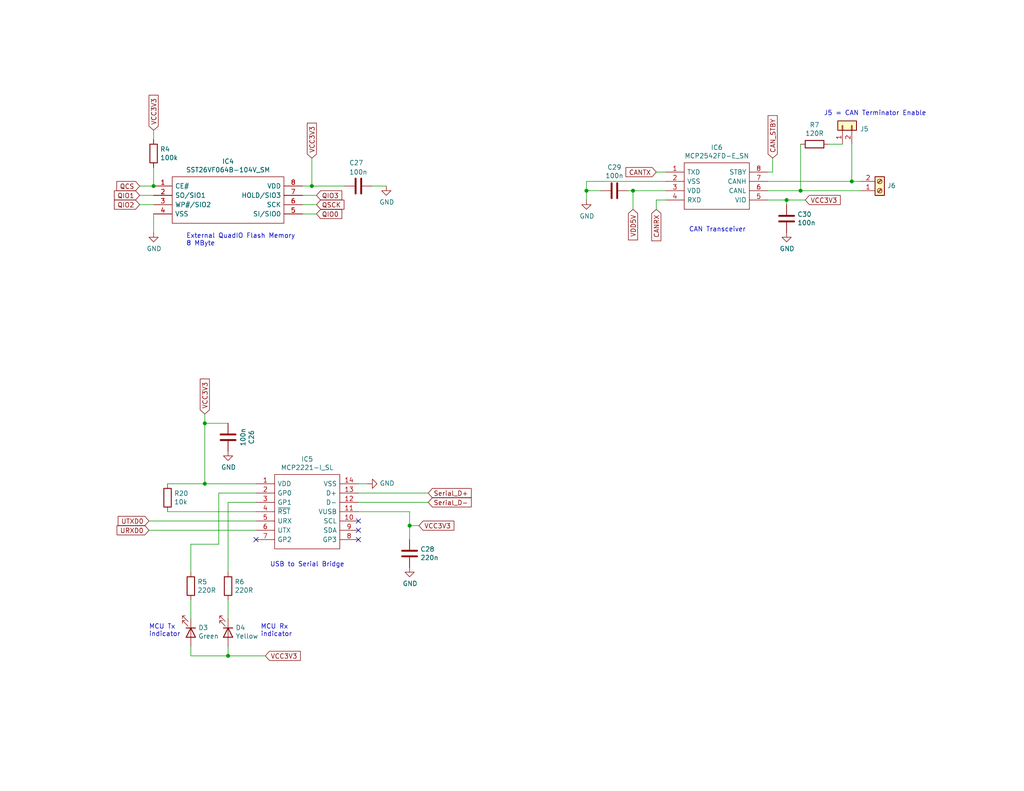
<source format=kicad_sch>
(kicad_sch (version 20211123) (generator eeschema)
  (paper "USLetter")
  (title_block (title "SAMduino") (date "2021-10-22") (rev "1.0") (company "Quantum Embedded Systems"))
  (lib_symbols
    (symbol "Connector:Screw_Terminal_01x02" (pin_names (offset 1.016) hide)
      (property "Reference" "J" (at 0 2.54 0))
      (property "Value" "Screw_Terminal_01x02" (at 0 -5.08 0))
      (symbol "Screw_Terminal_01x02_1_1"
        (rectangle (start -1.27 1.27) (end 1.27 -3.81) (stroke (width 0.254)) (fill (type background)))
        (circle (center 0 -2.54) (radius 0.635) (stroke (width 0.1524)))
        (polyline (pts (xy -0.5334 -2.2098) (xy 0.3302 -3.048)) (stroke (width 0.1524)))
        (polyline (pts (xy -0.5334 0.3302) (xy 0.3302 -0.508)) (stroke (width 0.1524)))
        (polyline (pts (xy -0.3556 -2.032) (xy 0.508 -2.8702)) (stroke (width 0.1524)))
        (polyline (pts (xy -0.3556 0.508) (xy 0.508 -0.3302)) (stroke (width 0.1524)))
        (circle (center 0 0) (radius 0.635) (stroke (width 0.1524)))
        (pin passive line (at -5.08 0 0) (length 3.81) (name "Pin_1") (number "1"))
        (pin passive line (at -5.08 -2.54 0) (length 3.81) (name "Pin_2") (number "2"))
      )
    )
    (symbol "Connector_Generic:Conn_01x02" (pin_names (offset 1.016) hide)
      (property "Reference" "J" (at 0 2.54 0))
      (property "Value" "Conn_01x02" (at 0 -5.08 0))
      (symbol "Conn_01x02_1_1"
        (rectangle (start -1.27 -2.413) (end 0 -2.667) (stroke (width 0.1524)))
        (rectangle (start -1.27 0.127) (end 0 -0.127) (stroke (width 0.1524)))
        (rectangle (start -1.27 1.27) (end 1.27 -3.81) (stroke (width 0.254)) (fill (type background)))
        (pin passive line (at -5.08 0 0) (length 3.81) (name "Pin_1") (number "1"))
        (pin passive line (at -5.08 -2.54 0) (length 3.81) (name "Pin_2") (number "2"))
      )
    )
    (symbol "Device:C" (pin_numbers hide) (pin_names (offset 0.254))
      (property "Reference" "C" (at 0.635 2.54 0))
      (property "Value" "C" (at 0.635 -2.54 0))
      (symbol "C_0_1"
        (polyline (pts (xy -2.032 -0.762) (xy 2.032 -0.762)) (stroke (width 0.508)))
        (polyline (pts (xy -2.032 0.762) (xy 2.032 0.762)) (stroke (width 0.508)))
      )
      (symbol "C_1_1"
        (pin passive line (at 0 3.81 270) (length 2.794) (name "~") (number "1"))
        (pin passive line (at 0 -3.81 90) (length 2.794) (name "~") (number "2"))
      )
    )
    (symbol "Device:LED" (pin_numbers hide) (pin_names (offset 1.016) hide)
      (property "Reference" "D" (at 0 2.54 0))
      (property "Value" "LED" (at 0 -2.54 0))
      (symbol "LED_0_1"
        (polyline (pts (xy -1.27 -1.27) (xy -1.27 1.27)) (stroke (width 0.254)))
        (polyline (pts (xy -1.27 0) (xy 1.27 0)))
        (polyline (pts (xy 1.27 -1.27) (xy 1.27 1.27) (xy -1.27 0) (xy 1.27 -1.27)) (stroke (width 0.254)))
        (polyline (pts (xy -3.048 -0.762) (xy -4.572 -2.286) (xy -3.81 -2.286) (xy -4.572 -2.286) (xy -4.572 -1.524)))
        (polyline (pts (xy -1.778 -0.762) (xy -3.302 -2.286) (xy -2.54 -2.286) (xy -3.302 -2.286) (xy -3.302 -1.524)))
      )
      (symbol "LED_1_1"
        (pin passive line (at -3.81 0 0) (length 2.54) (name "K") (number "1"))
        (pin passive line (at 3.81 0 180) (length 2.54) (name "A") (number "2"))
      )
    )
    (symbol "Device:R" (pin_numbers hide) (pin_names (offset 0))
      (property "Reference" "R" (at 2.032 0 90))
      (property "Value" "R" (at 0 0 90))
      (symbol "R_0_1"
        (rectangle (start -1.016 -2.54) (end 1.016 2.54) (stroke (width 0.254)))
      )
      (symbol "R_1_1"
        (pin passive line (at 0 3.81 270) (length 1.27) (name "~") (number "1"))
        (pin passive line (at 0 -3.81 90) (length 1.27) (name "~") (number "2"))
      )
    )
    (symbol "SamacSys_Parts:MCP2221-I_SL" (pin_names (offset 0.762))
      (property "Reference" "IC" (at 24.13 7.62 0))
      (property "Value" "MCP2221-I_SL" (at 24.13 5.08 0))
      (symbol "MCP2221-I_SL_0_0"
        (pin passive line (at 0 0 0) (length 5.08) (name "VDD") (number "1"))
        (pin passive line (at 27.94 -10.16 180) (length 5.08) (name "SCL") (number "10"))
        (pin passive line (at 27.94 -7.62 180) (length 5.08) (name "VUSB") (number "11"))
        (pin passive line (at 27.94 -5.08 180) (length 5.08) (name "D-") (number "12"))
        (pin passive line (at 27.94 -2.54 180) (length 5.08) (name "D+") (number "13"))
        (pin passive line (at 27.94 0 180) (length 5.08) (name "VSS") (number "14"))
        (pin passive line (at 0 -2.54 0) (length 5.08) (name "GP0") (number "2"))
        (pin passive line (at 0 -5.08 0) (length 5.08) (name "GP1") (number "3"))
        (pin passive line (at 0 -7.62 0) (length 5.08) (name "~{RST}") (number "4"))
        (pin passive line (at 0 -10.16 0) (length 5.08) (name "URX") (number "5"))
        (pin passive line (at 0 -12.7 0) (length 5.08) (name "UTX") (number "6"))
        (pin passive line (at 0 -15.24 0) (length 5.08) (name "GP2") (number "7"))
        (pin passive line (at 27.94 -15.24 180) (length 5.08) (name "GP3") (number "8"))
        (pin passive line (at 27.94 -12.7 180) (length 5.08) (name "SDA") (number "9"))
      )
      (symbol "MCP2221-I_SL_0_1"
        (polyline (pts (xy 5.08 2.54) (xy 22.86 2.54) (xy 22.86 -17.78) (xy 5.08 -17.78) (xy 5.08 2.54)) (stroke (width 0.1524)))
      )
    )
    (symbol "SamacSys_Parts:MCP2542FD-E_SN" (pin_names (offset 0.762))
      (property "Reference" "IC" (at 24.13 7.62 0))
      (property "Value" "MCP2542FD-E_SN" (at 24.13 5.08 0))
      (symbol "MCP2542FD-E_SN_0_0"
        (pin passive line (at 0 0 0) (length 5.08) (name "TXD") (number "1"))
        (pin passive line (at 0 -2.54 0) (length 5.08) (name "VSS") (number "2"))
        (pin passive line (at 0 -5.08 0) (length 5.08) (name "VDD") (number "3"))
        (pin passive line (at 0 -7.62 0) (length 5.08) (name "RXD") (number "4"))
        (pin passive line (at 27.94 -7.62 180) (length 5.08) (name "VIO") (number "5"))
        (pin passive line (at 27.94 -5.08 180) (length 5.08) (name "CANL") (number "6"))
        (pin passive line (at 27.94 -2.54 180) (length 5.08) (name "CANH") (number "7"))
        (pin passive line (at 27.94 0 180) (length 5.08) (name "STBY") (number "8"))
      )
      (symbol "MCP2542FD-E_SN_0_1"
        (polyline (pts (xy 5.08 2.54) (xy 22.86 2.54) (xy 22.86 -10.16) (xy 5.08 -10.16) (xy 5.08 2.54)) (stroke (width 0.1524)))
      )
    )
    (symbol "SamacSys_Parts:SST26VF064B-104V_SM" (pin_names (offset 0.762))
      (property "Reference" "IC" (at 36.83 7.62 0))
      (property "Value" "SST26VF064B-104V_SM" (at 36.83 5.08 0))
      (symbol "SST26VF064B-104V_SM_0_0"
        (pin passive line (at 0 0 0) (length 5.08) (name "CE#") (number "1"))
        (pin passive line (at 0 -2.54 0) (length 5.08) (name "SO/SIO1") (number "2"))
        (pin passive line (at 0 -5.08 0) (length 5.08) (name "WP#/SIO2") (number "3"))
        (pin passive line (at 0 -7.62 0) (length 5.08) (name "VSS") (number "4"))
        (pin passive line (at 40.64 -7.62 180) (length 5.08) (name "SI/SIO0") (number "5"))
        (pin passive line (at 40.64 -5.08 180) (length 5.08) (name "SCK") (number "6"))
        (pin passive line (at 40.64 -2.54 180) (length 5.08) (name "HOLD/SIO3") (number "7"))
        (pin passive line (at 40.64 0 180) (length 5.08) (name "VDD") (number "8"))
      )
      (symbol "SST26VF064B-104V_SM_0_1"
        (polyline (pts (xy 5.08 2.54) (xy 35.56 2.54) (xy 35.56 -10.16) (xy 5.08 -10.16) (xy 5.08 2.54)) (stroke (width 0.1524)))
      )
    )
    (symbol "power:GND" (power) (pin_names (offset 0))
      (property "Value" "GND" (at 0 -3.81 0))
      (symbol "GND_0_1"
        (polyline (pts (xy 0 0) (xy 0 -1.27) (xy 1.27 -1.27) (xy 0 -2.54) (xy -1.27 -1.27) (xy 0 -1.27)))
      )
      (symbol "GND_1_1"
        (pin power_in line (at 0 0 270) (length 0) hide (name "GND") (number "1"))
      )
    )
  )
  (junction (at 62.23 179.07))
  (junction (at 85.09 50.8))
  (junction (at 160.02 52.07))
  (junction (at 55.88 132.08))
  (junction (at 214.63 54.61))
  (junction (at 172.72 52.07))
  (junction (at 111.76 143.51))
  (junction (at 232.41 49.53))
  (junction (at 55.88 115.57))
  (junction (at 41.91 50.8))
  (junction (at 218.44 52.07))
  (no_connect (at 69.85 147.32))
  (no_connect (at 97.79 142.24))
  (no_connect (at 97.79 147.32))
  (no_connect (at 97.79 144.78))
  (wire (pts (xy 209.55 54.61) (xy 214.63 54.61)))
  (wire (pts (xy 111.76 143.51) (xy 111.76 147.32)))
  (wire (pts (xy 86.36 53.34) (xy 82.55 53.34)))
  (wire (pts (xy 52.07 148.59) (xy 52.07 156.21)))
  (wire (pts (xy 41.91 63.5) (xy 41.91 58.42)))
  (wire (pts (xy 181.61 46.99) (xy 179.07 46.99)))
  (wire (pts (xy 62.23 163.83) (xy 62.23 168.91)))
  (wire (pts (xy 114.3 143.51) (xy 111.76 143.51)))
  (wire (pts (xy 232.41 49.53) (xy 234.95 49.53)))
  (wire (pts (xy 59.69 134.62) (xy 59.69 148.59)))
  (wire (pts (xy 219.71 54.61) (xy 214.63 54.61)))
  (wire (pts (xy 209.55 46.99) (xy 210.82 46.99)))
  (wire (pts (xy 40.64 142.24) (xy 69.85 142.24)))
  (wire (pts (xy 52.07 176.53) (xy 52.07 179.07)))
  (wire (pts (xy 40.64 144.78) (xy 69.85 144.78)))
  (wire (pts (xy 218.44 39.37) (xy 218.44 52.07)))
  (wire (pts (xy 163.83 52.07) (xy 160.02 52.07)))
  (wire (pts (xy 55.88 115.57) (xy 55.88 113.03)))
  (wire (pts (xy 55.88 132.08) (xy 55.88 115.57)))
  (wire (pts (xy 38.1 55.88) (xy 41.91 55.88)))
  (wire (pts (xy 59.69 148.59) (xy 52.07 148.59)))
  (wire (pts (xy 45.72 132.08) (xy 55.88 132.08)))
  (wire (pts (xy 232.41 39.37) (xy 232.41 49.53)))
  (wire (pts (xy 210.82 46.99) (xy 210.82 43.18)))
  (wire (pts (xy 171.45 52.07) (xy 172.72 52.07)))
  (wire (pts (xy 38.1 53.34) (xy 41.91 53.34)))
  (wire (pts (xy 62.23 176.53) (xy 62.23 179.07)))
  (wire (pts (xy 97.79 134.62) (xy 116.84 134.62)))
  (wire (pts (xy 41.91 38.1) (xy 41.91 35.56)))
  (wire (pts (xy 214.63 54.61) (xy 214.63 55.88)))
  (wire (pts (xy 41.91 45.72) (xy 41.91 50.8)))
  (wire (pts (xy 179.07 54.61) (xy 179.07 57.15)))
  (wire (pts (xy 172.72 57.15) (xy 172.72 52.07)))
  (wire (pts (xy 69.85 139.7) (xy 45.72 139.7)))
  (wire (pts (xy 218.44 52.07) (xy 234.95 52.07)))
  (wire (pts (xy 209.55 49.53) (xy 232.41 49.53)))
  (wire (pts (xy 52.07 163.83) (xy 52.07 168.91)))
  (wire (pts (xy 181.61 49.53) (xy 160.02 49.53)))
  (wire (pts (xy 181.61 54.61) (xy 179.07 54.61)))
  (wire (pts (xy 116.84 137.16) (xy 97.79 137.16)))
  (wire (pts (xy 160.02 49.53) (xy 160.02 52.07)))
  (wire (pts (xy 100.33 132.08) (xy 97.79 132.08)))
  (wire (pts (xy 160.02 52.07) (xy 160.02 54.61)))
  (wire (pts (xy 86.36 58.42) (xy 82.55 58.42)))
  (wire (pts (xy 82.55 50.8) (xy 85.09 50.8)))
  (wire (pts (xy 62.23 179.07) (xy 72.39 179.07)))
  (wire (pts (xy 62.23 115.57) (xy 55.88 115.57)))
  (wire (pts (xy 85.09 50.8) (xy 93.98 50.8)))
  (wire (pts (xy 111.76 139.7) (xy 111.76 143.51)))
  (wire (pts (xy 85.09 43.18) (xy 85.09 50.8)))
  (wire (pts (xy 209.55 52.07) (xy 218.44 52.07)))
  (wire (pts (xy 97.79 139.7) (xy 111.76 139.7)))
  (wire (pts (xy 69.85 132.08) (xy 55.88 132.08)))
  (wire (pts (xy 52.07 179.07) (xy 62.23 179.07)))
  (wire (pts (xy 69.85 137.16) (xy 62.23 137.16)))
  (wire (pts (xy 101.6 50.8) (xy 105.41 50.8)))
  (wire (pts (xy 86.36 55.88) (xy 82.55 55.88)))
  (wire (pts (xy 172.72 52.07) (xy 181.61 52.07)))
  (wire (pts (xy 69.85 134.62) (xy 59.69 134.62)))
  (wire (pts (xy 62.23 137.16) (xy 62.23 156.21)))
  (wire (pts (xy 38.1 50.8) (xy 41.91 50.8)))
  (wire (pts (xy 226.06 39.37) (xy 229.87 39.37)))
  (text "USB to Serial Bridge" (at 73.66 154.94 0) (effects (font (size 1.27 1.27)) (justify left bottom)))
  (text "MCU Tx\nindicator" (at 40.64 173.99 0) (effects (font (size 1.27 1.27)) (justify left bottom)))
  (text "External QuadIO Flash Memory\n8 MByte" (at 50.8 67.31 0) (effects (font (size 1.27 1.27)) (justify left bottom)))
  (text "MCU Rx\nindicator" (at 71.12 173.99 0) (effects (font (size 1.27 1.27)) (justify left bottom)))
  (text "J5 = CAN Terminator Enable" (at 224.79 31.75 0) (effects (font (size 1.27 1.27)) (justify left bottom)))
  (text "CAN Transceiver" (at 187.96 63.5 0) (effects (font (size 1.27 1.27)) (justify left bottom)))
  (global_label "QSCK" (shape input) (at 86.36 55.88 0) (property "Intersheet References" "${INTERSHEET_REFS}" (effects hide)))
  (global_label "VCC3V3" (shape input) (at 41.91 35.56 90) (property "Intersheet References" "${INTERSHEET_REFS}" (effects hide)))
  (global_label "QIO1" (shape input) (at 38.1 53.34 180) (property "Intersheet References" "${INTERSHEET_REFS}" (effects hide)))
  (global_label "CAN_STBY" (shape input) (at 210.82 43.18 90) (property "Intersheet References" "${INTERSHEET_REFS}" (effects hide)))
  (global_label "QIO2" (shape input) (at 38.1 55.88 180) (property "Intersheet References" "${INTERSHEET_REFS}" (effects hide)))
  (global_label "Serial_D+" (shape input) (at 116.84 134.62 0) (property "Intersheet References" "${INTERSHEET_REFS}" (effects hide)))
  (global_label "Serial_D-" (shape input) (at 116.84 137.16 0) (property "Intersheet References" "${INTERSHEET_REFS}" (effects hide)))
  (global_label "UTXD0" (shape input) (at 40.64 142.24 180) (property "Intersheet References" "${INTERSHEET_REFS}" (effects hide)))
  (global_label "QIO3" (shape input) (at 86.36 53.34 0) (property "Intersheet References" "${INTERSHEET_REFS}" (effects hide)))
  (global_label "QCS" (shape input) (at 38.1 50.8 180) (property "Intersheet References" "${INTERSHEET_REFS}" (effects hide)))
  (global_label "CANTX" (shape input) (at 179.07 46.99 180) (property "Intersheet References" "${INTERSHEET_REFS}" (effects hide)))
  (global_label "VCC3V3" (shape input) (at 55.88 113.03 90) (property "Intersheet References" "${INTERSHEET_REFS}" (effects hide)))
  (global_label "VCC3V3" (shape input) (at 114.3 143.51 0) (property "Intersheet References" "${INTERSHEET_REFS}" (effects hide)))
  (global_label "URXD0" (shape input) (at 40.64 144.78 180) (property "Intersheet References" "${INTERSHEET_REFS}" (effects hide)))
  (global_label "CANRX" (shape input) (at 179.07 57.15 270) (property "Intersheet References" "${INTERSHEET_REFS}" (effects hide)))
  (global_label "VCC3V3" (shape input) (at 72.39 179.07 0) (property "Intersheet References" "${INTERSHEET_REFS}" (effects hide)))
  (global_label "VCC3V3" (shape input) (at 85.09 43.18 90) (property "Intersheet References" "${INTERSHEET_REFS}" (effects hide)))
  (global_label "QIO0" (shape input) (at 86.36 58.42 0) (property "Intersheet References" "${INTERSHEET_REFS}" (effects hide)))
  (global_label "VCC3V3" (shape input) (at 219.71 54.61 0) (property "Intersheet References" "${INTERSHEET_REFS}" (effects hide)))
  (global_label "VDD5V" (shape input) (at 172.72 57.15 270) (property "Intersheet References" "${INTERSHEET_REFS}" (effects hide)))
  (symbol (lib_id "SamacSys_Parts:MCP2542FD-E_SN") (at 181.61 46.99 0) (unit 1)
    (property "Reference" "IC6" (at 195.58 40.259 0))
    (property "Value" "MCP2542FD-E_SN" (at 195.58 42.5704 0))
    (property "Footprint" "SamacSys_Parts:SOIC127P600X175-8N" (effects hide))
    (property "Description" "Microchip MCP2542FD-E/SN, CAN Transceiver 8Mbit/s 1-Channel CAN, ISO 11898-2, ISO 11898-5, ISO/DIS11898-2, 8-Pin SOIC" (effects hide))
    (property "Height" "1.75" (effects hide))
    (property "Mouser Part Number" "579-MCP2542FD-E/SN" (effects hide))
    (property "Mouser Price/Stock" "https://www.mouser.co.uk/ProductDetail/Microchip-Technology/MCP2542FD-E-SN?qs=qdgZG5p0FZ5pNizBl1u80Q%3D%3D" (effects hide))
    (property "Manufacturer_Name" "Microchip" (effects hide))
    (property "Manufacturer_Part_Number" "MCP2542FD-E/SN" (effects hide))
  )
  (symbol (lib_id "SamacSys_Parts:MCP2221-I_SL") (at 69.85 132.08 0) (unit 1)
    (property "Reference" "IC5" (at 83.82 125.349 0))
    (property "Value" "MCP2221-I_SL" (at 83.82 127.6604 0))
    (property "Footprint" "SamacSys_Parts:SOIC127P600X175-14N" (effects hide))
    (property "Description" "USB 2.0 to I2C/UART Converter GPIO SO14 Microchip MCP2221-I/SL, USB Converter, USB 2.0 at 12Mbit/s, 3  5.5 V, 14-Pin SOIC" (effects hide))
    (property "Height" "1.75" (effects hide))
    (property "Mouser Part Number" "579-MCP2221-I/SL" (effects hide))
    (property "Mouser Price/Stock" "https://www.mouser.co.uk/ProductDetail/Microchip-Technology/MCP2221-I-SL?qs=wzzOUr4NhYrXnl%252BgbTV6ag%3D%3D" (effects hide))
    (property "Manufacturer_Name" "Microchip" (effects hide))
    (property "Manufacturer_Part_Number" "MCP2221-I/SL" (effects hide))
  )
  (symbol (lib_id "SamacSys_Parts:SST26VF064B-104V_SM") (at 41.91 50.8 0) (unit 1)
    (property "Reference" "IC4" (at 62.23 44.069 0))
    (property "Value" "SST26VF064B-104V_SM" (at 62.23 46.3804 0))
    (property "Footprint" "SamacSys_Parts:SOIC127P794X203-8N" (effects hide))
    (property "Datasheet" "https://componentsearchengine.com/Datasheets/2/SST26VF064B-104V_SM.pdf" (effects hide))
    (property "Description" "NOR Flash 64Mbit SPI/SQI Flash 2.3V-3.6V, 105C" (effects hide))
    (property "Height" "2.03" (effects hide))
    (property "Mouser Part Number" "579-26VF064B-104V/SM" (effects hide))
    (property "Mouser Price/Stock" "https://www.mouser.co.uk/ProductDetail/Microchip-Technology/SST26VF064B-104V-SM/?qs=BA62vJVifGrueLaL24%2Fs8g%3D%3D" (effects hide))
    (property "Manufacturer_Name" "Microchip" (effects hide))
    (property "Manufacturer_Part_Number" "SST26VF064B-104V/SM" (effects hide))
  )
  (symbol (lib_id "Device:R") (at 41.91 41.91 0) (unit 1)
    (property "Reference" "R4" (at 43.688 40.7416 0) (effects (justify left)))
    (property "Value" "100k" (at 43.688 43.053 0) (effects (justify left)))
    (property "Footprint" "Resistor_SMD:R_0603_1608Metric" (effects hide))
  )
  (symbol (lib_id "Device:C") (at 214.63 59.69 0) (unit 1)
    (property "Reference" "C30" (at 217.551 58.5216 0) (effects (justify left)))
    (property "Value" "100n" (at 217.551 60.833 0) (effects (justify left)))
    (property "Footprint" "Capacitor_SMD:C_0603_1608Metric" (effects hide))
  )
  (symbol (lib_id "Device:C") (at 167.64 52.07 90) (unit 1)
    (property "Reference" "C29" (at 167.64 45.6692 90))
    (property "Value" "100n" (at 167.64 47.9806 90))
    (property "Footprint" "Capacitor_SMD:C_0603_1608Metric" (effects hide))
  )
  (symbol (lib_id "Connector_Generic:Conn_01x02") (at 229.87 34.29 90) (unit 1)
    (property "Reference" "J5" (at 234.6452 35.2044 90) (effects (justify right)))
    (property "Value" "Conn_01x02" (effects hide))
    (property "Footprint" "Connector_PinHeader_2.54mm:PinHeader_1x02_P2.54mm_Vertical" (effects hide))
  )
  (symbol (lib_id "Device:R") (at 222.25 39.37 270) (unit 1)
    (property "Reference" "R7" (at 222.25 34.1122 90))
    (property "Value" "120R" (at 222.25 36.4236 90))
    (property "Footprint" "Resistor_SMD:R_0805_2012Metric" (effects hide))
  )
  (symbol (lib_id "power:GND") (at 160.02 54.61 0) (unit 1)
    (property "Reference" "#PWR036" (effects hide))
    (property "Value" "GND" (at 160.147 59.0042 0))
  )
  (symbol (lib_id "power:GND") (at 214.63 63.5 0) (unit 1)
    (property "Reference" "#PWR037" (effects hide))
    (property "Value" "GND" (at 214.757 67.8942 0))
  )
  (symbol (lib_id "Device:R") (at 45.72 135.89 0) (unit 1)
    (property "Reference" "R20" (at 47.498 134.7216 0) (effects (justify left)))
    (property "Value" "10k" (at 47.498 137.033 0) (effects (justify left)))
    (property "Footprint" "Resistor_SMD:R_0603_1608Metric" (effects hide))
  )
  (symbol (lib_id "Device:C") (at 111.76 151.13 0) (unit 1)
    (property "Reference" "C28" (at 114.681 149.9616 0) (effects (justify left)))
    (property "Value" "220n" (at 114.681 152.273 0) (effects (justify left)))
    (property "Footprint" "Capacitor_SMD:C_0603_1608Metric" (effects hide))
  )
  (symbol (lib_id "Device:C") (at 62.23 119.38 180) (unit 1)
    (property "Reference" "C26" (at 68.6308 119.38 90))
    (property "Value" "100n" (at 66.3194 119.38 90))
    (property "Footprint" "Capacitor_SMD:C_0603_1608Metric" (effects hide))
  )
  (symbol (lib_id "Device:R") (at 52.07 160.02 0) (unit 1)
    (property "Reference" "R5" (at 53.848 158.8516 0) (effects (justify left)))
    (property "Value" "220R" (at 53.848 161.163 0) (effects (justify left)))
    (property "Footprint" "Resistor_SMD:R_0603_1608Metric" (effects hide))
  )
  (symbol (lib_id "Device:R") (at 62.23 160.02 0) (unit 1)
    (property "Reference" "R6" (at 64.008 158.8516 0) (effects (justify left)))
    (property "Value" "220R" (at 64.008 161.163 0) (effects (justify left)))
    (property "Footprint" "Resistor_SMD:R_0603_1608Metric" (effects hide))
  )
  (symbol (lib_id "Device:LED") (at 52.07 172.72 270) (unit 1)
    (property "Reference" "D3" (at 54.102 171.3738 90) (effects (justify left)))
    (property "Value" "Green" (at 54.102 173.6852 90) (effects (justify left)))
    (property "Footprint" "LED_SMD:LED_0603_1608Metric" (effects hide))
  )
  (symbol (lib_id "Device:LED") (at 62.23 172.72 270) (unit 1)
    (property "Reference" "D4" (at 64.262 171.3738 90) (effects (justify left)))
    (property "Value" "Yellow" (at 64.262 173.6852 90) (effects (justify left)))
    (property "Footprint" "LED_SMD:LED_0603_1608Metric" (effects hide))
  )
  (symbol (lib_id "power:GND") (at 111.76 154.94 0) (unit 1)
    (property "Reference" "#PWR035" (effects hide))
    (property "Value" "GND" (at 111.887 159.3342 0))
  )
  (symbol (lib_id "power:GND") (at 62.23 123.19 0) (unit 1)
    (property "Reference" "#PWR032" (effects hide))
    (property "Value" "GND" (at 62.357 127.5842 0))
  )
  (symbol (lib_id "power:GND") (at 100.33 132.08 90) (unit 1)
    (property "Reference" "#PWR033" (effects hide))
    (property "Value" "GND" (at 103.5812 131.953 90) (effects (justify right)))
  )
  (symbol (lib_id "power:GND") (at 41.91 63.5 0) (unit 1)
    (property "Reference" "#PWR031" (effects hide))
    (property "Value" "GND" (at 42.037 67.8942 0))
  )
  (symbol (lib_id "power:GND") (at 105.41 50.8 0) (unit 1)
    (property "Reference" "#PWR034" (effects hide))
    (property "Value" "GND" (at 105.537 55.1942 0))
  )
  (symbol (lib_id "Device:C") (at 97.79 50.8 270) (unit 1)
    (property "Reference" "C27" (at 95.25 44.45 90) (effects (justify left)))
    (property "Value" "100n" (at 95.25 46.99 90) (effects (justify left)))
    (property "Footprint" "Capacitor_SMD:C_0603_1608Metric" (effects hide))
  )
  (symbol (lib_id "Connector:Screw_Terminal_01x02") (at 240.03 52.07 0) (mirror x) (unit 1)
    (property "Reference" "J6" (at 242.062 50.6984 0) (effects (justify left)))
    (property "Value" "Screw_Terminal_01x02" (effects hide))
    (property "Footprint" "SamacSys_Parts:1725656" (effects hide))
  )
)
</source>
